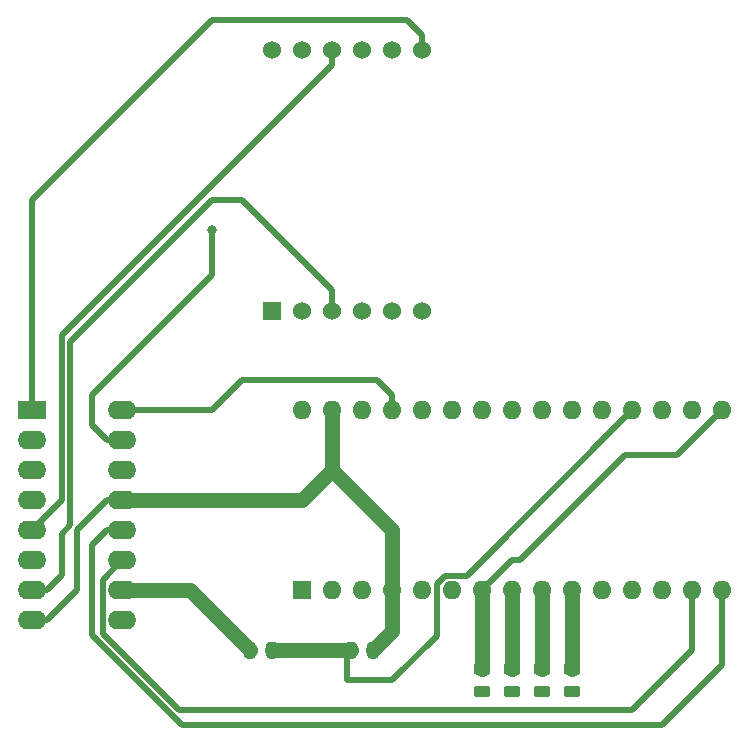
<source format=gbr>
%TF.GenerationSoftware,KiCad,Pcbnew,(5.1.6)-1*%
%TF.CreationDate,2020-12-02T03:44:21-06:00*%
%TF.ProjectId,BoardDesign,426f6172-6444-4657-9369-676e2e6b6963,rev?*%
%TF.SameCoordinates,Original*%
%TF.FileFunction,Copper,L1,Top*%
%TF.FilePolarity,Positive*%
%FSLAX46Y46*%
G04 Gerber Fmt 4.6, Leading zero omitted, Abs format (unit mm)*
G04 Created by KiCad (PCBNEW (5.1.6)-1) date 2020-12-02 03:44:21*
%MOMM*%
%LPD*%
G01*
G04 APERTURE LIST*
%TA.AperFunction,ComponentPad*%
%ADD10O,2.400000X1.600000*%
%TD*%
%TA.AperFunction,ComponentPad*%
%ADD11R,2.400000X1.600000*%
%TD*%
%TA.AperFunction,ComponentPad*%
%ADD12C,1.524000*%
%TD*%
%TA.AperFunction,ComponentPad*%
%ADD13R,1.524000X1.524000*%
%TD*%
%TA.AperFunction,ComponentPad*%
%ADD14O,1.600000X1.600000*%
%TD*%
%TA.AperFunction,ComponentPad*%
%ADD15R,1.600000X1.600000*%
%TD*%
%TA.AperFunction,ViaPad*%
%ADD16C,0.800000*%
%TD*%
%TA.AperFunction,Conductor*%
%ADD17C,1.250000*%
%TD*%
%TA.AperFunction,Conductor*%
%ADD18C,0.500000*%
%TD*%
G04 APERTURE END LIST*
D10*
%TO.P,74HC595,16*%
%TO.N,Net-(A1-Pad27)*%
X121920000Y-60960000D03*
%TO.P,74HC595,8*%
%TO.N,GND*%
X114300000Y-78740000D03*
%TO.P,74HC595,15*%
%TO.N,Net-(U1-Pad11)*%
X121920000Y-63500000D03*
%TO.P,74HC595,7*%
%TO.N,Net-(U1-Pad3)*%
X114300000Y-76200000D03*
%TO.P,74HC595,14*%
%TO.N,Net-(A1-Pad16)*%
X121920000Y-66040000D03*
%TO.P,74HC595,6*%
%TO.N,Net-(U1-Pad5)*%
X114300000Y-73660000D03*
%TO.P,74HC595,13*%
%TO.N,GND*%
X121920000Y-68580000D03*
%TO.P,74HC595,5*%
%TO.N,Net-(U1-Pad10)*%
X114300000Y-71120000D03*
%TO.P,74HC595,12*%
%TO.N,Net-(A1-Pad15)*%
X121920000Y-71120000D03*
%TO.P,74HC595,4*%
%TO.N,Net-(U1-Pad1)*%
X114300000Y-68580000D03*
%TO.P,74HC595,11*%
%TO.N,Net-(A1-Pad14)*%
X121920000Y-73660000D03*
%TO.P,74HC595,3*%
%TO.N,Net-(U1-Pad2)*%
X114300000Y-66040000D03*
%TO.P,74HC595,10*%
%TO.N,Net-(A1-Pad27)*%
X121920000Y-76200000D03*
%TO.P,74HC595,2*%
%TO.N,Net-(U1-Pad4)*%
X114300000Y-63500000D03*
%TO.P,74HC595,9*%
%TO.N,Net-(U2-Pad9)*%
X121920000Y-78740000D03*
D11*
%TO.P,74HC595,1*%
%TO.N,Net-(U1-Pad7)*%
X114300000Y-60960000D03*
%TD*%
D12*
%TO.P,Screen,6*%
%TO.N,Net-(R1-Pad1)*%
X147320000Y-52578000D03*
%TO.P,Screen,5*%
%TO.N,Net-(U1-Pad5)*%
X144780000Y-52578000D03*
%TO.P,Screen,4*%
%TO.N,Net-(U1-Pad4)*%
X142240000Y-52578000D03*
%TO.P,Screen,3*%
%TO.N,Net-(U1-Pad3)*%
X139700000Y-52578000D03*
%TO.P,Screen,2*%
%TO.N,Net-(U1-Pad2)*%
X137160000Y-52578000D03*
D13*
%TO.P,Screen,1*%
%TO.N,Net-(U1-Pad1)*%
X134620000Y-52578000D03*
D12*
%TO.P,Screen,7*%
%TO.N,Net-(U1-Pad7)*%
X147320000Y-30480000D03*
%TO.P,Screen,8*%
%TO.N,Net-(R2-Pad2)*%
X144780000Y-30480000D03*
%TO.P,Screen,9*%
%TO.N,Net-(R3-Pad1)*%
X142240000Y-30480000D03*
%TO.P,Screen,10*%
%TO.N,Net-(U1-Pad10)*%
X139700000Y-30480000D03*
%TO.P,Screen,11*%
%TO.N,Net-(U1-Pad11)*%
X137160000Y-30480000D03*
%TO.P,Screen,12*%
%TO.N,Net-(R4-Pad1)*%
X134620000Y-30480000D03*
%TD*%
%TO.P,TH1,2*%
%TO.N,GND*%
%TA.AperFunction,SMDPad,CuDef*%
G36*
G01*
X142690000Y-81736250D02*
X142690000Y-80823750D01*
G75*
G02*
X142933750Y-80580000I243750J0D01*
G01*
X143421250Y-80580000D01*
G75*
G02*
X143665000Y-80823750I0J-243750D01*
G01*
X143665000Y-81736250D01*
G75*
G02*
X143421250Y-81980000I-243750J0D01*
G01*
X142933750Y-81980000D01*
G75*
G02*
X142690000Y-81736250I0J243750D01*
G01*
G37*
%TD.AperFunction*%
%TO.P,TH1,1*%
%TO.N,Net-(A1-Pad19)*%
%TA.AperFunction,SMDPad,CuDef*%
G36*
G01*
X140815000Y-81736250D02*
X140815000Y-80823750D01*
G75*
G02*
X141058750Y-80580000I243750J0D01*
G01*
X141546250Y-80580000D01*
G75*
G02*
X141790000Y-80823750I0J-243750D01*
G01*
X141790000Y-81736250D01*
G75*
G02*
X141546250Y-81980000I-243750J0D01*
G01*
X141058750Y-81980000D01*
G75*
G02*
X140815000Y-81736250I0J243750D01*
G01*
G37*
%TD.AperFunction*%
%TD*%
%TO.P,10k,2*%
%TO.N,Net-(A1-Pad19)*%
%TA.AperFunction,SMDPad,CuDef*%
G36*
G01*
X134132500Y-81736250D02*
X134132500Y-80823750D01*
G75*
G02*
X134376250Y-80580000I243750J0D01*
G01*
X134863750Y-80580000D01*
G75*
G02*
X135107500Y-80823750I0J-243750D01*
G01*
X135107500Y-81736250D01*
G75*
G02*
X134863750Y-81980000I-243750J0D01*
G01*
X134376250Y-81980000D01*
G75*
G02*
X134132500Y-81736250I0J243750D01*
G01*
G37*
%TD.AperFunction*%
%TO.P,10k,1*%
%TO.N,Net-(A1-Pad27)*%
%TA.AperFunction,SMDPad,CuDef*%
G36*
G01*
X132257500Y-81736250D02*
X132257500Y-80823750D01*
G75*
G02*
X132501250Y-80580000I243750J0D01*
G01*
X132988750Y-80580000D01*
G75*
G02*
X133232500Y-80823750I0J-243750D01*
G01*
X133232500Y-81736250D01*
G75*
G02*
X132988750Y-81980000I-243750J0D01*
G01*
X132501250Y-81980000D01*
G75*
G02*
X132257500Y-81736250I0J243750D01*
G01*
G37*
%TD.AperFunction*%
%TD*%
%TO.P,R4,2*%
%TO.N,Net-(A1-Pad10)*%
%TA.AperFunction,SMDPad,CuDef*%
G36*
G01*
X160476250Y-83370000D02*
X159563750Y-83370000D01*
G75*
G02*
X159320000Y-83126250I0J243750D01*
G01*
X159320000Y-82638750D01*
G75*
G02*
X159563750Y-82395000I243750J0D01*
G01*
X160476250Y-82395000D01*
G75*
G02*
X160720000Y-82638750I0J-243750D01*
G01*
X160720000Y-83126250D01*
G75*
G02*
X160476250Y-83370000I-243750J0D01*
G01*
G37*
%TD.AperFunction*%
%TO.P,R4,1*%
%TO.N,Net-(R4-Pad1)*%
%TA.AperFunction,SMDPad,CuDef*%
G36*
G01*
X160476250Y-85245000D02*
X159563750Y-85245000D01*
G75*
G02*
X159320000Y-85001250I0J243750D01*
G01*
X159320000Y-84513750D01*
G75*
G02*
X159563750Y-84270000I243750J0D01*
G01*
X160476250Y-84270000D01*
G75*
G02*
X160720000Y-84513750I0J-243750D01*
G01*
X160720000Y-85001250D01*
G75*
G02*
X160476250Y-85245000I-243750J0D01*
G01*
G37*
%TD.AperFunction*%
%TD*%
%TO.P,R3,2*%
%TO.N,Net-(A1-Pad9)*%
%TA.AperFunction,SMDPad,CuDef*%
G36*
G01*
X157936250Y-83370000D02*
X157023750Y-83370000D01*
G75*
G02*
X156780000Y-83126250I0J243750D01*
G01*
X156780000Y-82638750D01*
G75*
G02*
X157023750Y-82395000I243750J0D01*
G01*
X157936250Y-82395000D01*
G75*
G02*
X158180000Y-82638750I0J-243750D01*
G01*
X158180000Y-83126250D01*
G75*
G02*
X157936250Y-83370000I-243750J0D01*
G01*
G37*
%TD.AperFunction*%
%TO.P,R3,1*%
%TO.N,Net-(R3-Pad1)*%
%TA.AperFunction,SMDPad,CuDef*%
G36*
G01*
X157936250Y-85245000D02*
X157023750Y-85245000D01*
G75*
G02*
X156780000Y-85001250I0J243750D01*
G01*
X156780000Y-84513750D01*
G75*
G02*
X157023750Y-84270000I243750J0D01*
G01*
X157936250Y-84270000D01*
G75*
G02*
X158180000Y-84513750I0J-243750D01*
G01*
X158180000Y-85001250D01*
G75*
G02*
X157936250Y-85245000I-243750J0D01*
G01*
G37*
%TD.AperFunction*%
%TD*%
%TO.P,R2,2*%
%TO.N,Net-(R2-Pad2)*%
%TA.AperFunction,SMDPad,CuDef*%
G36*
G01*
X154483750Y-84270000D02*
X155396250Y-84270000D01*
G75*
G02*
X155640000Y-84513750I0J-243750D01*
G01*
X155640000Y-85001250D01*
G75*
G02*
X155396250Y-85245000I-243750J0D01*
G01*
X154483750Y-85245000D01*
G75*
G02*
X154240000Y-85001250I0J243750D01*
G01*
X154240000Y-84513750D01*
G75*
G02*
X154483750Y-84270000I243750J0D01*
G01*
G37*
%TD.AperFunction*%
%TO.P,R2,1*%
%TO.N,Net-(A1-Pad8)*%
%TA.AperFunction,SMDPad,CuDef*%
G36*
G01*
X154483750Y-82395000D02*
X155396250Y-82395000D01*
G75*
G02*
X155640000Y-82638750I0J-243750D01*
G01*
X155640000Y-83126250D01*
G75*
G02*
X155396250Y-83370000I-243750J0D01*
G01*
X154483750Y-83370000D01*
G75*
G02*
X154240000Y-83126250I0J243750D01*
G01*
X154240000Y-82638750D01*
G75*
G02*
X154483750Y-82395000I243750J0D01*
G01*
G37*
%TD.AperFunction*%
%TD*%
%TO.P,330,2*%
%TO.N,Net-(A1-Pad16)*%
%TA.AperFunction,SMDPad,CuDef*%
G36*
G01*
X152856250Y-83370000D02*
X151943750Y-83370000D01*
G75*
G02*
X151700000Y-83126250I0J243750D01*
G01*
X151700000Y-82638750D01*
G75*
G02*
X151943750Y-82395000I243750J0D01*
G01*
X152856250Y-82395000D01*
G75*
G02*
X153100000Y-82638750I0J-243750D01*
G01*
X153100000Y-83126250D01*
G75*
G02*
X152856250Y-83370000I-243750J0D01*
G01*
G37*
%TD.AperFunction*%
%TO.P,330,1*%
%TO.N,Net-(R1-Pad1)*%
%TA.AperFunction,SMDPad,CuDef*%
G36*
G01*
X152856250Y-85245000D02*
X151943750Y-85245000D01*
G75*
G02*
X151700000Y-85001250I0J243750D01*
G01*
X151700000Y-84513750D01*
G75*
G02*
X151943750Y-84270000I243750J0D01*
G01*
X152856250Y-84270000D01*
G75*
G02*
X153100000Y-84513750I0J-243750D01*
G01*
X153100000Y-85001250D01*
G75*
G02*
X152856250Y-85245000I-243750J0D01*
G01*
G37*
%TD.AperFunction*%
%TD*%
D14*
%TO.P,A1,16*%
%TO.N,Net-(A1-Pad16)*%
X172720000Y-60960000D03*
%TO.P,A1,15*%
%TO.N,Net-(A1-Pad15)*%
X172720000Y-76200000D03*
%TO.P,A1,30*%
%TO.N,Net-(A1-Pad30)*%
X137160000Y-60960000D03*
%TO.P,A1,14*%
%TO.N,Net-(A1-Pad14)*%
X170180000Y-76200000D03*
%TO.P,A1,29*%
%TO.N,GND*%
X139700000Y-60960000D03*
%TO.P,A1,13*%
%TO.N,Net-(A1-Pad13)*%
X167640000Y-76200000D03*
%TO.P,A1,28*%
%TO.N,Net-(A1-Pad28)*%
X142240000Y-60960000D03*
%TO.P,A1,12*%
%TO.N,Net-(A1-Pad12)*%
X165100000Y-76200000D03*
%TO.P,A1,27*%
%TO.N,Net-(A1-Pad27)*%
X144780000Y-60960000D03*
%TO.P,A1,11*%
%TO.N,Net-(A1-Pad11)*%
X162560000Y-76200000D03*
%TO.P,A1,26*%
%TO.N,Net-(A1-Pad26)*%
X147320000Y-60960000D03*
%TO.P,A1,10*%
%TO.N,Net-(A1-Pad10)*%
X160020000Y-76200000D03*
%TO.P,A1,25*%
%TO.N,Net-(A1-Pad25)*%
X149860000Y-60960000D03*
%TO.P,A1,9*%
%TO.N,Net-(A1-Pad9)*%
X157480000Y-76200000D03*
%TO.P,A1,24*%
%TO.N,Net-(A1-Pad24)*%
X152400000Y-60960000D03*
%TO.P,A1,8*%
%TO.N,Net-(A1-Pad8)*%
X154940000Y-76200000D03*
%TO.P,A1,23*%
%TO.N,Net-(A1-Pad23)*%
X154940000Y-60960000D03*
%TO.P,A1,7*%
%TO.N,Net-(A1-Pad16)*%
X152400000Y-76200000D03*
%TO.P,A1,22*%
%TO.N,Net-(A1-Pad22)*%
X157480000Y-60960000D03*
%TO.P,A1,6*%
%TO.N,Net-(A1-Pad6)*%
X149860000Y-76200000D03*
%TO.P,A1,21*%
%TO.N,Net-(A1-Pad21)*%
X160020000Y-60960000D03*
%TO.P,A1,5*%
%TO.N,Net-(A1-Pad5)*%
X147320000Y-76200000D03*
%TO.P,A1,20*%
%TO.N,Net-(A1-Pad20)*%
X162560000Y-60960000D03*
%TO.P,A1,4*%
%TO.N,GND*%
X144780000Y-76200000D03*
%TO.P,A1,19*%
%TO.N,Net-(A1-Pad19)*%
X165100000Y-60960000D03*
%TO.P,A1,3*%
%TO.N,Net-(A1-Pad3)*%
X142240000Y-76200000D03*
%TO.P,A1,18*%
%TO.N,Net-(A1-Pad18)*%
X167640000Y-60960000D03*
%TO.P,A1,2*%
%TO.N,Net-(A1-Pad2)*%
X139700000Y-76200000D03*
%TO.P,A1,17*%
%TO.N,Net-(A1-Pad17)*%
X170180000Y-60960000D03*
D15*
%TO.P,A1,1*%
%TO.N,Net-(A1-Pad1)*%
X137160000Y-76200000D03*
%TD*%
D16*
%TO.N,Net-(U1-Pad11)*%
X129540000Y-45720000D03*
X129540000Y-45720000D03*
%TD*%
D17*
%TO.N,Net-(A1-Pad16)*%
X152400000Y-76200000D02*
X152400000Y-82882500D01*
D18*
X155629998Y-73660000D02*
X154940000Y-73660000D01*
X154940000Y-73660000D02*
X152400000Y-76200000D01*
X164519998Y-64770000D02*
X155629998Y-73660000D01*
X172720000Y-60960000D02*
X168910000Y-64770000D01*
X168910000Y-64770000D02*
X164519998Y-64770000D01*
%TO.N,Net-(A1-Pad15)*%
X172720000Y-76200000D02*
X172720000Y-82550000D01*
X172720000Y-82550000D02*
X167640000Y-87630000D01*
X167640000Y-87630000D02*
X127000000Y-87630000D01*
X127000000Y-87630000D02*
X119380000Y-80010000D01*
X119380000Y-80010000D02*
X119380000Y-72390000D01*
X120650000Y-71120000D02*
X121920000Y-71120000D01*
X119380000Y-72390000D02*
X120650000Y-71120000D01*
%TO.N,Net-(A1-Pad14)*%
X170180000Y-81280000D02*
X165100000Y-86360000D01*
X165100000Y-86360000D02*
X126719962Y-86360000D01*
X120269990Y-75310010D02*
X121920000Y-73660000D01*
X170180000Y-76200000D02*
X170180000Y-81280000D01*
X126719962Y-86360000D02*
X120269990Y-79910028D01*
X120269990Y-79910028D02*
X120269990Y-75310010D01*
D17*
%TO.N,GND*%
X144780000Y-79677500D02*
X143177500Y-81280000D01*
X144780000Y-76200000D02*
X144780000Y-79677500D01*
X144780000Y-76200000D02*
X144780000Y-71120000D01*
X139700000Y-66040000D02*
X139700000Y-60960000D01*
X144780000Y-71120000D02*
X139700000Y-66040000D01*
X137160000Y-68580000D02*
X121920000Y-68580000D01*
X139700000Y-66040000D02*
X137160000Y-68580000D01*
D18*
X120650000Y-68580000D02*
X121920000Y-68580000D01*
X118110000Y-76200000D02*
X118110000Y-71120000D01*
X118110000Y-71120000D02*
X120650000Y-68580000D01*
X114300000Y-78740000D02*
X115570000Y-78740000D01*
X115570000Y-78740000D02*
X118110000Y-76200000D01*
D17*
%TO.N,Net-(A1-Pad27)*%
X127665000Y-76200000D02*
X121920000Y-76200000D01*
X132745000Y-81280000D02*
X127665000Y-76200000D01*
D18*
X121920000Y-60960000D02*
X129540000Y-60960000D01*
X129540000Y-60960000D02*
X132080000Y-58420000D01*
X132080000Y-58420000D02*
X143510000Y-58420000D01*
X144780000Y-59690000D02*
X144780000Y-60960000D01*
X143510000Y-58420000D02*
X144780000Y-59690000D01*
D17*
%TO.N,Net-(A1-Pad10)*%
X160020000Y-76200000D02*
X160020000Y-82882500D01*
%TO.N,Net-(A1-Pad9)*%
X157480000Y-76200000D02*
X157480000Y-82882500D01*
%TO.N,Net-(A1-Pad8)*%
X154940000Y-76200000D02*
X154940000Y-82882500D01*
%TO.N,Net-(A1-Pad19)*%
X141302500Y-81280000D02*
X134620000Y-81280000D01*
D18*
X140970000Y-81612500D02*
X141302500Y-81280000D01*
X140970000Y-83820000D02*
X140970000Y-81612500D01*
X151110001Y-74949999D02*
X149259999Y-74949999D01*
X165100000Y-60960000D02*
X151110001Y-74949999D01*
X148570001Y-80029999D02*
X144780000Y-83820000D01*
X149259999Y-74949999D02*
X148570001Y-75639997D01*
X144780000Y-83820000D02*
X140970000Y-83820000D01*
X148570001Y-75639997D02*
X148570001Y-80029999D01*
%TO.N,Net-(U1-Pad3)*%
X115570000Y-76200000D02*
X114300000Y-76200000D01*
X116840000Y-71400037D02*
X116840000Y-74930000D01*
X117540010Y-70700027D02*
X116840000Y-71400037D01*
X139700000Y-50800000D02*
X132080000Y-43180000D01*
X139700000Y-52578000D02*
X139700000Y-50800000D01*
X132080000Y-43180000D02*
X129540000Y-43180000D01*
X129540000Y-43180000D02*
X117540010Y-55179990D01*
X116840000Y-74930000D02*
X115570000Y-76200000D01*
X117540010Y-55179990D02*
X117540010Y-70700027D01*
%TO.N,Net-(U1-Pad7)*%
X114300000Y-60960000D02*
X114300000Y-43180000D01*
X114300000Y-43180000D02*
X129540000Y-27940000D01*
X129540000Y-27940000D02*
X146050000Y-27940000D01*
X147320000Y-29210000D02*
X147320000Y-30480000D01*
X146050000Y-27940000D02*
X147320000Y-29210000D01*
%TO.N,Net-(U1-Pad10)*%
X114300000Y-71120000D02*
X116840000Y-68580000D01*
X116840000Y-68580000D02*
X116840000Y-54610000D01*
X139700000Y-31750000D02*
X139700000Y-30480000D01*
X116840000Y-54610000D02*
X139700000Y-31750000D01*
%TO.N,Net-(U1-Pad11)*%
X129540000Y-45720000D02*
X129540000Y-49530000D01*
X129540000Y-49530000D02*
X119380000Y-59690000D01*
X119380000Y-59690000D02*
X119380000Y-62230000D01*
X120650000Y-63500000D02*
X121920000Y-63500000D01*
X119380000Y-62230000D02*
X120650000Y-63500000D01*
%TD*%
M02*

</source>
